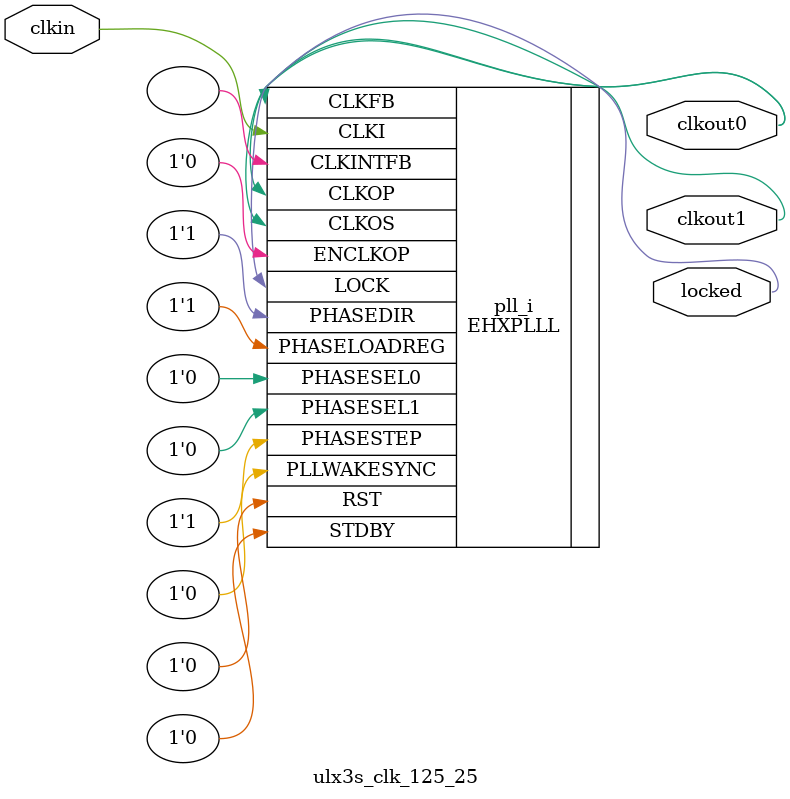
<source format=v>
module ulx3s_clk_125_25
(
    input clkin, // 25 MHz, 0 deg
    output clkout0, // 125 MHz, 0 deg
    output clkout1, // 25 MHz, 0 deg
    output locked
);
(* FREQUENCY_PIN_CLKI="25" *)
(* FREQUENCY_PIN_CLKOP="125" *)
(* FREQUENCY_PIN_CLKOS="25" *)
(* ICP_CURRENT="12" *) (* LPF_RESISTOR="8" *) (* MFG_ENABLE_FILTEROPAMP="1" *) (* MFG_GMCREF_SEL="2" *)
EHXPLLL #(
        .PLLRST_ENA("DISABLED"),
        .INTFB_WAKE("DISABLED"),
        .STDBY_ENABLE("DISABLED"),
        .DPHASE_SOURCE("DISABLED"),
        .OUTDIVIDER_MUXA("DIVA"),
        .OUTDIVIDER_MUXB("DIVB"),
        .OUTDIVIDER_MUXC("DIVC"),
        .OUTDIVIDER_MUXD("DIVD"),
        .CLKI_DIV(1),
        .CLKOP_ENABLE("ENABLED"),
        .CLKOP_DIV(5),
        .CLKOP_CPHASE(2),
        .CLKOP_FPHASE(0),
        .CLKOS_ENABLE("ENABLED"),
        .CLKOS_DIV(25),
        .CLKOS_CPHASE(2),
        .CLKOS_FPHASE(0),
        .FEEDBK_PATH("CLKOP"),
        .CLKFB_DIV(5)
    ) pll_i (
        .RST(1'b0),
        .STDBY(1'b0),
        .CLKI(clkin),
        .CLKOP(clkout0),
        .CLKOS(clkout1),
        .CLKFB(clkout0),
        .CLKINTFB(),
        .PHASESEL0(1'b0),
        .PHASESEL1(1'b0),
        .PHASEDIR(1'b1),
        .PHASESTEP(1'b1),
        .PHASELOADREG(1'b1),
        .PLLWAKESYNC(1'b0),
        .ENCLKOP(1'b0),
        .LOCK(locked)
	);
endmodule

</source>
